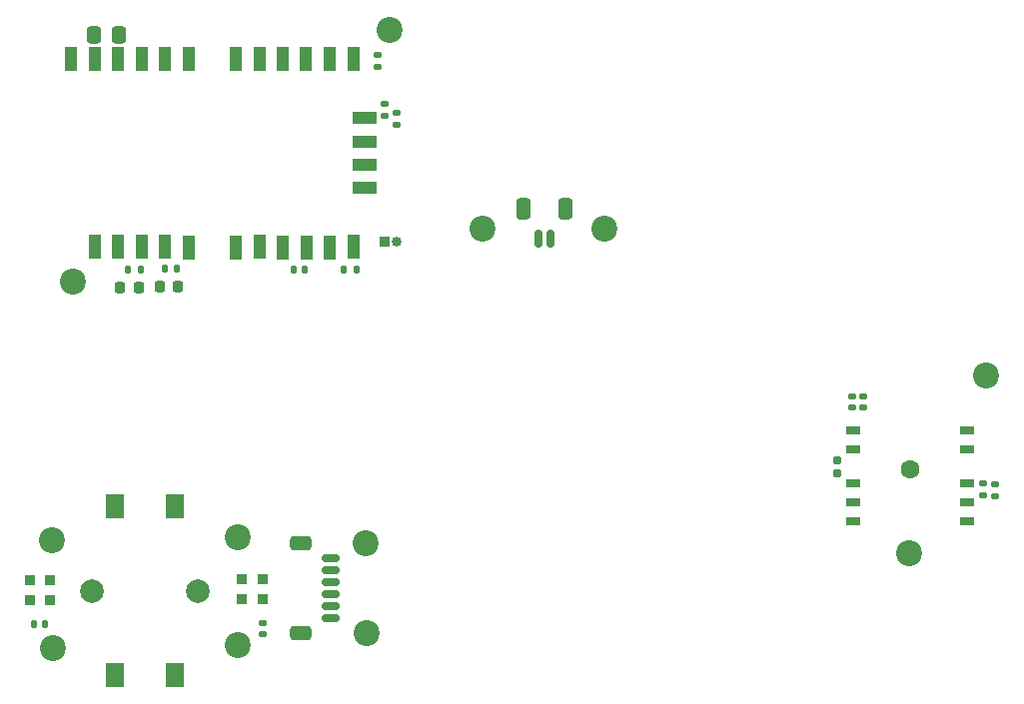
<source format=gbr>
%TF.GenerationSoftware,KiCad,Pcbnew,8.0.5*%
%TF.CreationDate,2025-02-13T07:49:46+01:00*%
%TF.ProjectId,flexpcb,666c6578-7063-4622-9e6b-696361645f70,rev?*%
%TF.SameCoordinates,Original*%
%TF.FileFunction,Soldermask,Bot*%
%TF.FilePolarity,Negative*%
%FSLAX46Y46*%
G04 Gerber Fmt 4.6, Leading zero omitted, Abs format (unit mm)*
G04 Created by KiCad (PCBNEW 8.0.5) date 2025-02-13 07:49:46*
%MOMM*%
%LPD*%
G01*
G04 APERTURE LIST*
G04 Aperture macros list*
%AMRoundRect*
0 Rectangle with rounded corners*
0 $1 Rounding radius*
0 $2 $3 $4 $5 $6 $7 $8 $9 X,Y pos of 4 corners*
0 Add a 4 corners polygon primitive as box body*
4,1,4,$2,$3,$4,$5,$6,$7,$8,$9,$2,$3,0*
0 Add four circle primitives for the rounded corners*
1,1,$1+$1,$2,$3*
1,1,$1+$1,$4,$5*
1,1,$1+$1,$6,$7*
1,1,$1+$1,$8,$9*
0 Add four rect primitives between the rounded corners*
20,1,$1+$1,$2,$3,$4,$5,0*
20,1,$1+$1,$4,$5,$6,$7,0*
20,1,$1+$1,$6,$7,$8,$9,0*
20,1,$1+$1,$8,$9,$2,$3,0*%
G04 Aperture macros list end*
%ADD10C,2.200000*%
%ADD11R,0.850000X0.850000*%
%ADD12O,0.850000X0.850000*%
%ADD13RoundRect,0.135000X-0.185000X0.135000X-0.185000X-0.135000X0.185000X-0.135000X0.185000X0.135000X0*%
%ADD14RoundRect,0.140000X0.170000X-0.140000X0.170000X0.140000X-0.170000X0.140000X-0.170000X-0.140000X0*%
%ADD15RoundRect,0.155000X-0.155000X0.212500X-0.155000X-0.212500X0.155000X-0.212500X0.155000X0.212500X0*%
%ADD16RoundRect,0.135000X-0.135000X-0.185000X0.135000X-0.185000X0.135000X0.185000X-0.135000X0.185000X0*%
%ADD17C,1.600000*%
%ADD18R,1.200000X0.800000*%
%ADD19RoundRect,0.150000X0.150000X0.625000X-0.150000X0.625000X-0.150000X-0.625000X0.150000X-0.625000X0*%
%ADD20RoundRect,0.250000X0.350000X0.650000X-0.350000X0.650000X-0.350000X-0.650000X0.350000X-0.650000X0*%
%ADD21RoundRect,0.250000X0.337500X0.475000X-0.337500X0.475000X-0.337500X-0.475000X0.337500X-0.475000X0*%
%ADD22RoundRect,0.135000X0.185000X-0.135000X0.185000X0.135000X-0.185000X0.135000X-0.185000X-0.135000X0*%
%ADD23RoundRect,0.140000X-0.140000X-0.170000X0.140000X-0.170000X0.140000X0.170000X-0.140000X0.170000X0*%
%ADD24RoundRect,0.150000X-0.625000X0.150000X-0.625000X-0.150000X0.625000X-0.150000X0.625000X0.150000X0*%
%ADD25RoundRect,0.250000X-0.650000X0.350000X-0.650000X-0.350000X0.650000X-0.350000X0.650000X0.350000X0*%
%ADD26RoundRect,0.218750X-0.218750X-0.256250X0.218750X-0.256250X0.218750X0.256250X-0.218750X0.256250X0*%
%ADD27C,2.000000*%
%ADD28R,1.500000X2.000000*%
%ADD29R,0.900000X0.900000*%
%ADD30RoundRect,0.218750X0.218750X0.256250X-0.218750X0.256250X-0.218750X-0.256250X0.218750X-0.256250X0*%
%ADD31RoundRect,0.140000X0.140000X0.170000X-0.140000X0.170000X-0.140000X-0.170000X0.140000X-0.170000X0*%
%ADD32RoundRect,0.135000X0.135000X0.185000X-0.135000X0.185000X-0.135000X-0.185000X0.135000X-0.185000X0*%
%ADD33R,1.000000X2.000000*%
%ADD34R,2.000000X1.000000*%
%ADD35RoundRect,0.140000X-0.170000X0.140000X-0.170000X-0.140000X0.170000X-0.140000X0.170000X0.140000X0*%
G04 APERTURE END LIST*
D10*
%TO.C,*%
X104370000Y-117170000D03*
%TD*%
%TO.C,*%
X77710000Y-109300000D03*
%TD*%
%TO.C,*%
X93420000Y-118210000D03*
%TD*%
%TO.C,*%
X104260000Y-109550000D03*
%TD*%
%TO.C,*%
X124470000Y-82930000D03*
%TD*%
%TO.C,REF\u002A\u002A*%
X79490000Y-87410000D03*
%TD*%
%TO.C,*%
X156890000Y-95370000D03*
%TD*%
%TO.C,*%
X106340000Y-66020000D03*
%TD*%
%TO.C,*%
X93440000Y-109030000D03*
%TD*%
%TO.C,*%
X114210000Y-82880000D03*
%TD*%
%TO.C,*%
X77750000Y-118460000D03*
%TD*%
D11*
%TO.C,SW1*%
X105910000Y-84010000D03*
D12*
X106910000Y-84010000D03*
%TD*%
D10*
%TO.C,*%
X150370000Y-110440000D03*
%TD*%
D13*
%TO.C,R8*%
X156578200Y-104518200D03*
X156578200Y-105538200D03*
%TD*%
D14*
%TO.C,C4*%
X146458200Y-98088200D03*
X146458200Y-97128200D03*
%TD*%
D15*
%TO.C,C5*%
X144218200Y-102530700D03*
X144218200Y-103665700D03*
%TD*%
D16*
%TO.C,R5*%
X87240000Y-86250000D03*
X88260000Y-86250000D03*
%TD*%
D17*
%TO.C,PA1010D1*%
X150418200Y-103328200D03*
D18*
X155268200Y-99978200D03*
X155268200Y-101578200D03*
X155268200Y-104478200D03*
X155268200Y-106078200D03*
X155268200Y-107678200D03*
X145568200Y-107678200D03*
X145568200Y-106078200D03*
X145568200Y-104478200D03*
X145568200Y-101578200D03*
X145568200Y-99978200D03*
%TD*%
D19*
%TO.C,U2*%
X119910000Y-83730000D03*
X118910000Y-83730000D03*
D20*
X121210000Y-81205000D03*
X117610000Y-81205000D03*
%TD*%
D21*
%TO.C,C1*%
X83347500Y-66480000D03*
X81272500Y-66480000D03*
%TD*%
D22*
%TO.C,R2*%
X106880000Y-74110000D03*
X106880000Y-73090000D03*
%TD*%
D23*
%TO.C,C7*%
X76140000Y-116440000D03*
X77100000Y-116440000D03*
%TD*%
D24*
%TO.C,U1*%
X101270000Y-110870000D03*
X101270000Y-111870000D03*
X101270000Y-112870000D03*
X101270000Y-113870000D03*
X101270000Y-114870000D03*
X101270000Y-115870000D03*
D25*
X98745000Y-109570000D03*
X98745000Y-117170000D03*
%TD*%
D13*
%TO.C,R7*%
X157598200Y-104528200D03*
X157598200Y-105548200D03*
%TD*%
D26*
%TO.C,D2*%
X86795000Y-87840000D03*
X88370000Y-87840000D03*
%TD*%
D27*
%TO.C,SW2*%
X81060000Y-113620000D03*
X90060000Y-113620000D03*
D28*
X88060000Y-120770000D03*
X88060000Y-106470000D03*
X83060000Y-120770000D03*
X83060000Y-106470000D03*
%TD*%
D29*
%TO.C,LED1*%
X93810000Y-114300000D03*
X95510000Y-114300000D03*
X95510000Y-112600000D03*
X93810000Y-112600000D03*
%TD*%
D30*
%TO.C,D1*%
X85057500Y-87900000D03*
X83482500Y-87900000D03*
%TD*%
D14*
%TO.C,C3*%
X145488200Y-98078200D03*
X145488200Y-97118200D03*
%TD*%
D22*
%TO.C,R1*%
X105880000Y-73310000D03*
X105880000Y-72290000D03*
%TD*%
D29*
%TO.C,LED2*%
X75800000Y-112720000D03*
X75800000Y-114420000D03*
X77500000Y-114420000D03*
X77500000Y-112720000D03*
%TD*%
D31*
%TO.C,C2*%
X99110000Y-86340000D03*
X98150000Y-86340000D03*
%TD*%
D32*
%TO.C,R6*%
X103470000Y-86400000D03*
X102450000Y-86400000D03*
%TD*%
D33*
%TO.C,Tarvos1*%
X79320000Y-68530000D03*
X81310000Y-68510000D03*
X83300000Y-68510000D03*
X85300000Y-68500000D03*
X87290000Y-68500000D03*
X89280000Y-68510000D03*
X93270000Y-68520000D03*
X95270000Y-68520000D03*
X97260000Y-68520000D03*
X99230000Y-68510000D03*
X101250000Y-68530000D03*
X103230000Y-68530000D03*
X103230000Y-84440000D03*
X101240000Y-84460000D03*
X99250000Y-84470000D03*
X97250000Y-84460000D03*
X95260000Y-84450000D03*
X93280000Y-84460000D03*
X89280000Y-84460000D03*
X87290000Y-84450000D03*
X85290000Y-84450000D03*
X83300000Y-84430000D03*
X81300000Y-84440000D03*
D34*
X104200000Y-73490000D03*
X104200000Y-75520000D03*
X104200000Y-77500000D03*
X104220000Y-79460000D03*
%TD*%
D32*
%TO.C,R4*%
X85180000Y-86330000D03*
X84160000Y-86330000D03*
%TD*%
D22*
%TO.C,R3*%
X105310000Y-69180000D03*
X105310000Y-68160000D03*
%TD*%
D35*
%TO.C,C6*%
X95510000Y-116320000D03*
X95510000Y-117280000D03*
%TD*%
M02*

</source>
